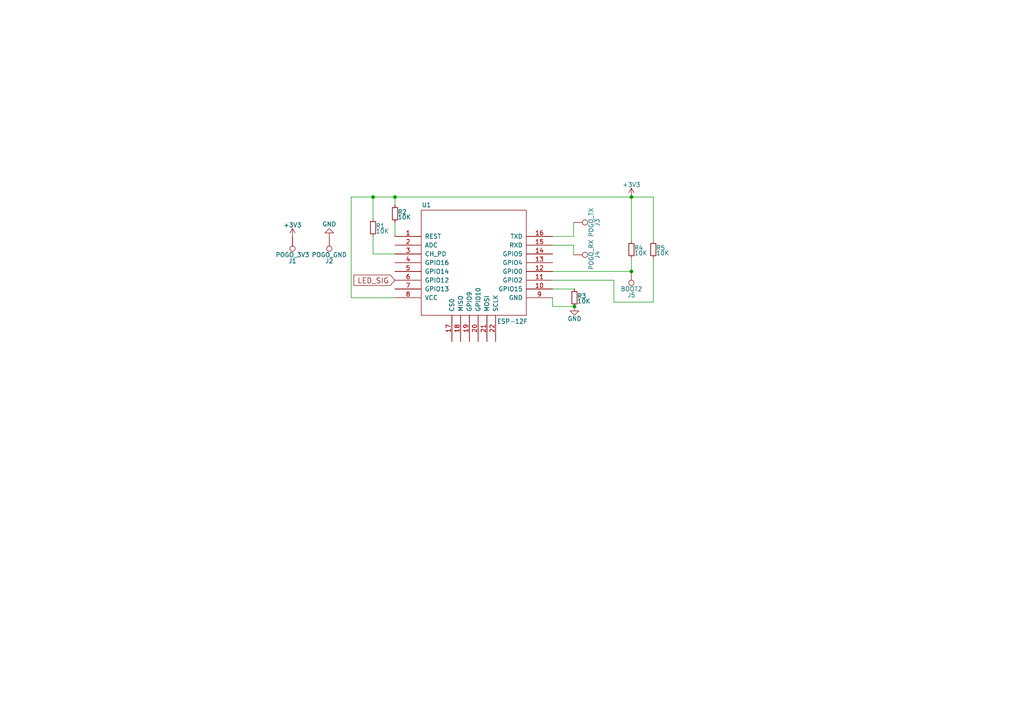
<source format=kicad_sch>
(kicad_sch (version 20230121) (generator eeschema)
  (paper "A4")
  (lib_symbols
    (symbol "ESP8266:ESP-12F" (pin_names (offset 1.016))
      (property "Reference" "U" (at 0 -2.54 0))
      (property "Value" "ESP8266_ESP-12F" (at 0 2.54 0))
      (symbol "ESP-12F_1_0"
        (rectangle (start -15.24 -15.24) (end 15.24 15.24))
      )
      (symbol "ESP-12F_1_1"
        (pin input line (at -22.86 7.62 0) (length 7.62) (name "REST") (number "1"))
        (pin bidirectional line (at 22.86 -7.62 180) (length 7.62) (name "GPIO15") (number "10"))
        (pin bidirectional line (at 22.86 -5.08 180) (length 7.62) (name "GPIO2") (number "11"))
        (pin bidirectional line (at 22.86 -2.54 180) (length 7.62) (name "GPIO0") (number "12"))
        (pin bidirectional line (at 22.86 0 180) (length 7.62) (name "GPIO4") (number "13"))
        (pin bidirectional line (at 22.86 2.54 180) (length 7.62) (name "GPIO5") (number "14"))
        (pin input line (at 22.86 5.08 180) (length 7.62) (name "RXD") (number "15"))
        (pin output line (at 22.86 7.62 180) (length 7.62) (name "TXD") (number "16"))
        (pin bidirectional line (at -6.35 -22.86 90) (length 7.62) (name "CS0") (number "17"))
        (pin bidirectional line (at -3.81 -22.86 90) (length 7.62) (name "MISO") (number "18"))
        (pin bidirectional line (at -1.27 -22.86 90) (length 7.62) (name "GPIO9") (number "19"))
        (pin passive line (at -22.86 5.08 0) (length 7.62) (name "ADC") (number "2"))
        (pin bidirectional line (at 1.27 -22.86 90) (length 7.62) (name "GPIO10") (number "20"))
        (pin bidirectional line (at 3.81 -22.86 90) (length 7.62) (name "MOSI") (number "21"))
        (pin bidirectional line (at 6.35 -22.86 90) (length 7.62) (name "SCLK") (number "22"))
        (pin input line (at -22.86 2.54 0) (length 7.62) (name "CH_PD") (number "3"))
        (pin bidirectional line (at -22.86 0 0) (length 7.62) (name "GPIO16") (number "4"))
        (pin bidirectional line (at -22.86 -2.54 0) (length 7.62) (name "GPIO14") (number "5"))
        (pin bidirectional line (at -22.86 -5.08 0) (length 7.62) (name "GPIO12") (number "6"))
        (pin bidirectional line (at -22.86 -7.62 0) (length 7.62) (name "GPIO13") (number "7"))
        (pin power_in line (at -22.86 -10.16 0) (length 7.62) (name "VCC") (number "8"))
        (pin power_in line (at 22.86 -10.16 180) (length 7.62) (name "GND") (number "9"))
      )
    )
    (symbol "conn:TEST_1P" (pin_numbers hide) (pin_names (offset 0.762) hide)
      (property "Reference" "J" (at 0 6.858 0))
      (property "Value" "conn_TEST_1P" (at 0 5.08 0))
      (symbol "TEST_1P_0_1"
        (circle (center 0 3.302) (radius 0.762))
      )
      (symbol "TEST_1P_1_1"
        (pin passive line (at 0 0 90) (length 2.54) (name "1") (number "1"))
      )
    )
    (symbol "device:R_Small" (pin_numbers hide) (pin_names (offset 0.254) hide)
      (property "Reference" "R" (at 0.762 0.508 0))
      (property "Value" "device_R_Small" (at 0.762 -1.016 0))
      (symbol "R_Small_0_1"
        (rectangle (start -0.762 1.778) (end 0.762 -1.778) (stroke (width 0.2032)))
      )
      (symbol "R_Small_1_1"
        (pin passive line (at 0 2.54 270) (length 0.762) (name "~") (number "1"))
        (pin passive line (at 0 -2.54 90) (length 0.762) (name "~") (number "2"))
      )
    )
    (symbol "power1:+3.3V" (power) (pin_names (offset 0))
      (property "Value" "power1_+3.3V" (at 0 3.556 0))
      (symbol "+3.3V_0_1"
        (polyline (pts (xy -0.762 1.27) (xy 0 2.54)))
        (polyline (pts (xy 0 0) (xy 0 2.54)))
        (polyline (pts (xy 0 2.54) (xy 0.762 1.27)))
      )
      (symbol "+3.3V_1_1"
        (pin power_in line (at 0 0 90) (length 0) hide (name "+3V3") (number "1"))
      )
    )
    (symbol "power1:GND" (power) (pin_names (offset 0))
      (property "Value" "power1_GND" (at 0 -3.81 0))
      (symbol "GND_0_1"
        (polyline (pts (xy 0 0) (xy 0 -1.27) (xy 1.27 -1.27) (xy 0 -2.54) (xy -1.27 -1.27) (xy 0 -1.27)))
      )
      (symbol "GND_1_1"
        (pin power_in line (at 0 0 270) (length 0) hide (name "GND") (number "1"))
      )
    )
    (symbol "power:GND" (power) (pin_names (offset 0))
      (property "Value" "GND" (at 0 -3.81 0))
      (symbol "GND_0_1"
        (polyline (pts (xy 0 0) (xy 0 -1.27) (xy 1.27 -1.27) (xy 0 -2.54) (xy -1.27 -1.27) (xy 0 -1.27)))
      )
      (symbol "GND_1_1"
        (pin power_in line (at 0 0 270) (length 0) hide (name "GND") (number "1"))
      )
    )
  )
  (junction (at 183.134 57.15))
  (junction (at 166.624 88.9))
  (junction (at 108.204 57.15))
  (junction (at 183.134 78.74))
  (junction (at 114.554 57.15))
  (wire (pts (xy 166.624 88.9) (xy 160.274 88.9)))
  (wire (pts (xy 101.854 86.36) (xy 114.554 86.36)))
  (wire (pts (xy 178.054 87.63) (xy 189.484 87.63)))
  (wire (pts (xy 101.854 57.15) (xy 108.204 57.15)))
  (wire (pts (xy 114.554 64.516) (xy 114.554 68.58)))
  (wire (pts (xy 160.274 81.28) (xy 178.054 81.28)))
  (wire (pts (xy 160.274 68.58) (xy 166.37 68.58)))
  (wire (pts (xy 189.484 57.15) (xy 189.484 69.85)))
  (wire (pts (xy 108.204 63.5) (xy 108.204 57.15)))
  (wire (pts (xy 183.134 57.15) (xy 183.134 69.85)))
  (wire (pts (xy 166.37 71.12) (xy 166.37 73.914)))
  (wire (pts (xy 101.854 86.36) (xy 101.854 57.15)))
  (wire (pts (xy 160.274 83.82) (xy 166.624 83.82)))
  (wire (pts (xy 189.484 87.63) (xy 189.484 74.93)))
  (wire (pts (xy 160.274 88.9) (xy 160.274 86.36)))
  (wire (pts (xy 114.554 57.15) (xy 183.134 57.15)))
  (wire (pts (xy 183.134 78.74) (xy 183.134 74.93)))
  (wire (pts (xy 108.204 68.58) (xy 108.204 73.66)))
  (wire (pts (xy 178.054 81.28) (xy 178.054 87.63)))
  (wire (pts (xy 166.37 68.58) (xy 166.37 64.516)))
  (wire (pts (xy 183.134 57.15) (xy 189.484 57.15)))
  (wire (pts (xy 160.274 78.74) (xy 183.134 78.74)))
  (wire (pts (xy 160.274 71.12) (xy 166.37 71.12)))
  (wire (pts (xy 108.204 73.66) (xy 114.554 73.66)))
  (wire (pts (xy 108.204 57.15) (xy 114.554 57.15)))
  (wire (pts (xy 114.554 57.15) (xy 114.554 59.436)))
  (global_label "LED_SIG" (shape input) (at 114.554 81.28 180) (effects (font (size 1.524 1.524))) (property "Intersheetrefs" "${INTERSHEET_REFS}" (effects hide)))
  (symbol (lib_id "conn:TEST_1P") (at 84.836 68.834 180) (unit 1)
    (property "Reference" "J1" (at 84.836 75.692 0))
    (property "Value" "POGO_3V3" (at 84.836 73.914 0))
    (property "Footprint" "TestPoint:TestPoint_Pad_D1.5mm" (effects hide))
  )
  (symbol (lib_id "conn:TEST_1P") (at 183.134 78.74 180) (unit 1)
    (property "Reference" "J5" (at 183.134 85.598 0))
    (property "Value" "BOOT2" (at 183.134 83.82 0))
    (property "Footprint" "TestPoint:TestPoint_Pad_D1.5mm" (effects hide))
  )
  (symbol (lib_id "power:GND") (at 166.624 88.9 0) (unit 1)
    (property "Reference" "#PWR0102" (effects hide))
    (property "Value" "GND" (at 164.592 92.456 0) (effects (justify left)))
  )
  (symbol (lib_id "device:R_Small") (at 166.624 86.36 0) (unit 1)
    (property "Reference" "R3" (at 167.386 85.852 0) (effects (justify left)))
    (property "Value" "10K" (at 167.386 87.376 0) (effects (justify left)))
    (property "Footprint" "Resistor_SMD:R_0805_2012Metric_Pad1.20x1.40mm_HandSolder" (effects hide))
  )
  (symbol (lib_id "device:R_Small") (at 183.134 72.39 0) (unit 1)
    (property "Reference" "R4" (at 183.896 71.882 0) (effects (justify left)))
    (property "Value" "10K" (at 183.896 73.406 0) (effects (justify left)))
    (property "Footprint" "Resistor_SMD:R_0805_2012Metric_Pad1.20x1.40mm_HandSolder" (effects hide))
  )
  (symbol (lib_id "power1:+3.3V") (at 183.134 57.15 0) (unit 1)
    (property "Reference" "#PWR0101" (effects hide))
    (property "Value" "+3.3V" (at 183.134 53.594 0))
  )
  (symbol (lib_id "power1:GND") (at 95.504 68.834 180) (unit 1)
    (property "Reference" "#PWR0103" (effects hide))
    (property "Value" "GND" (at 95.504 65.024 0))
  )
  (symbol (lib_id "conn:TEST_1P") (at 166.37 73.914 270) (unit 1)
    (property "Reference" "J4" (at 173.228 73.914 0))
    (property "Value" "POGO_RX" (at 171.45 73.914 0))
    (property "Footprint" "TestPoint:TestPoint_Pad_D1.5mm" (effects hide))
  )
  (symbol (lib_id "device:R_Small") (at 189.484 72.39 0) (unit 1)
    (property "Reference" "R5" (at 190.246 71.882 0) (effects (justify left)))
    (property "Value" "10K" (at 190.246 73.406 0) (effects (justify left)))
    (property "Footprint" "Resistor_SMD:R_0805_2012Metric_Pad1.20x1.40mm_HandSolder" (effects hide))
  )
  (symbol (lib_id "device:R_Small") (at 114.554 61.976 0) (unit 1)
    (property "Reference" "R2" (at 115.316 61.468 0) (effects (justify left)))
    (property "Value" "10K" (at 115.316 62.992 0) (effects (justify left)))
    (property "Footprint" "Resistor_SMD:R_0805_2012Metric_Pad1.20x1.40mm_HandSolder" (effects hide))
  )
  (symbol (lib_id "device:R_Small") (at 108.204 66.04 0) (unit 1)
    (property "Reference" "R1" (at 108.966 65.532 0) (effects (justify left)))
    (property "Value" "10K" (at 108.966 67.056 0) (effects (justify left)))
    (property "Footprint" "Resistor_SMD:R_0805_2012Metric_Pad1.20x1.40mm_HandSolder" (effects hide))
  )
  (symbol (lib_id "power1:+3.3V") (at 84.836 68.834 0) (unit 1)
    (property "Reference" "#PWR0104" (effects hide))
    (property "Value" "+3.3V" (at 84.836 65.278 0))
  )
  (symbol (lib_id "conn:TEST_1P") (at 95.504 68.834 180) (unit 1)
    (property "Reference" "J2" (at 95.504 75.692 0))
    (property "Value" "POGO_GND" (at 95.504 73.914 0))
    (property "Footprint" "TestPoint:TestPoint_Pad_D1.5mm" (effects hide))
  )
  (symbol (lib_id "ESP8266:ESP-12F") (at 137.414 76.2 0) (unit 1)
    (property "Reference" "U1" (at 123.698 59.436 0))
    (property "Value" "ESP-12F" (at 148.59 93.218 0))
    (property "Footprint" "GlowTie:ESP-12E_SMD" (effects hide))
  )
  (symbol (lib_id "conn:TEST_1P") (at 166.37 64.516 270) (unit 1)
    (property "Reference" "J3" (at 173.228 64.516 0))
    (property "Value" "POGO_TX" (at 171.45 64.516 0))
    (property "Footprint" "TestPoint:TestPoint_Pad_D1.5mm" (effects hide))
  )
)
</source>
